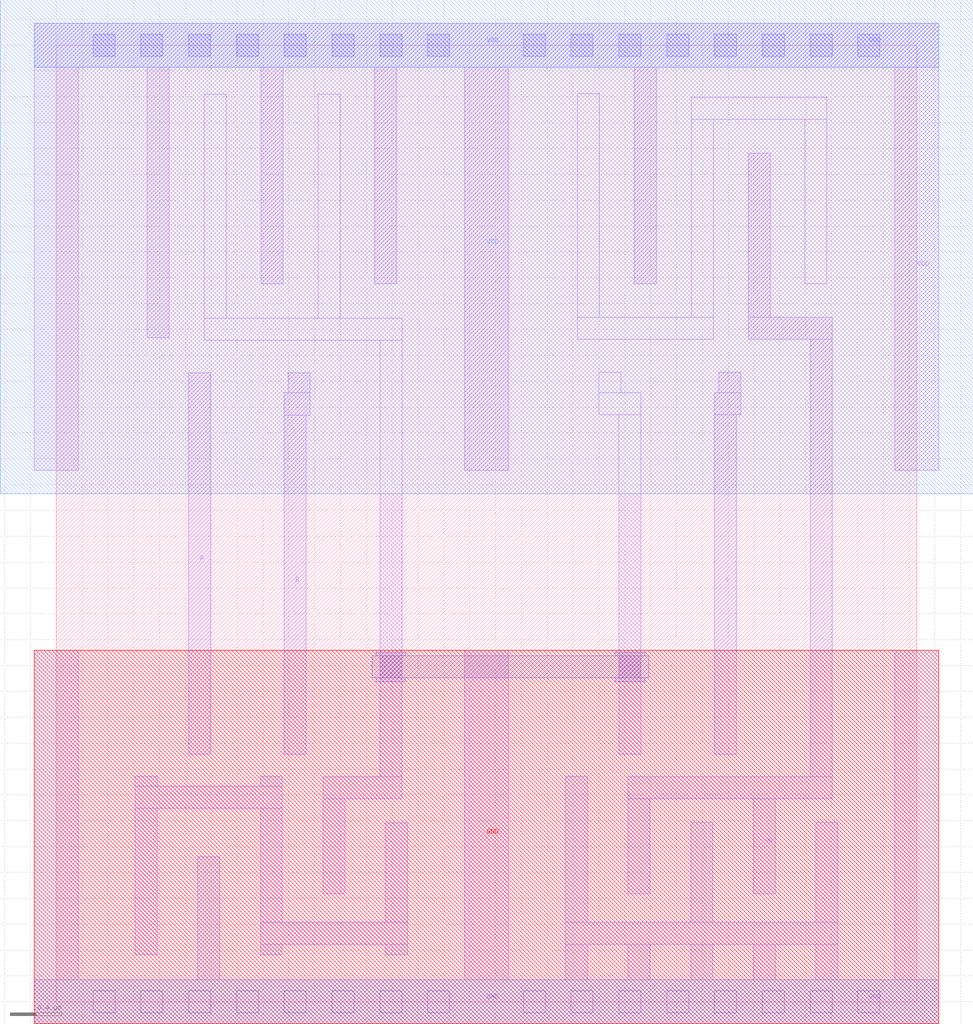
<source format=lef>
VERSION 5.7 ;
  NOWIREEXTENSIONATPIN ON ;
  DIVIDERCHAR "/" ;
  BUSBITCHARS "[]" ;
MACRO AOI3X1
  CLASS CORE ;
  FOREIGN AOI3X1 ;
  ORIGIN 0.000 0.000 ;
  SIZE 6.660 BY 7.400 ;
  SYMMETRY X Y R90 ;
  SITE unitrh ;
  PIN YN
    DIRECTION OUTPUT ;
    USE SIGNAL ;
    ANTENNADIFFAREA 0.963050 ;
    PORT
      LAYER li1 ;
        RECT 5.355 5.295 5.525 6.565 ;
        RECT 5.355 5.125 6.005 5.295 ;
        RECT 5.835 1.740 6.005 5.125 ;
        RECT 4.425 1.570 6.005 1.740 ;
        RECT 4.425 0.835 4.595 1.570 ;
        RECT 5.395 0.835 5.565 1.570 ;
    END
  END YN
  PIN A
    DIRECTION INPUT ;
    USE SIGNAL ;
    ANTENNAGATEAREA 1.033250 ;
    PORT
      LAYER li1 ;
        RECT 1.025 1.915 1.195 4.865 ;
    END
  END A
  PIN B
    DIRECTION INPUT ;
    USE SIGNAL ;
    ANTENNAGATEAREA 1.027250 ;
    PORT
      LAYER li1 ;
        RECT 1.795 4.710 1.965 4.865 ;
        RECT 1.765 4.535 1.965 4.710 ;
        RECT 1.765 1.915 1.935 4.535 ;
    END
  END B
  PIN C
    DIRECTION INPUT ;
    USE SIGNAL ;
    ANTENNAGATEAREA 1.026450 ;
    PORT
      LAYER li1 ;
        RECT 5.130 4.710 5.300 4.870 ;
        RECT 5.095 4.540 5.300 4.710 ;
        RECT 5.095 1.915 5.265 4.540 ;
    END
  END C
  PIN VDD
    DIRECTION INOUT ;
    USE POWER ;
    SHAPE ABUTMENT ;
    PORT
      LAYER nwell ;
        RECT -0.435 3.930 7.095 7.750 ;
      LAYER li1 ;
        RECT -0.170 7.230 6.830 7.570 ;
        RECT -0.170 4.110 0.170 7.230 ;
        RECT 0.705 5.135 0.875 7.230 ;
        RECT 1.585 5.555 1.755 7.230 ;
        RECT 2.465 5.555 2.635 7.230 ;
        RECT 3.160 4.110 3.500 7.230 ;
        RECT 4.475 5.555 4.645 7.230 ;
        RECT 6.490 4.110 6.830 7.230 ;
      LAYER mcon ;
        RECT 0.285 7.315 0.455 7.485 ;
        RECT 0.655 7.315 0.825 7.485 ;
        RECT 1.025 7.315 1.195 7.485 ;
        RECT 1.395 7.315 1.565 7.485 ;
        RECT 1.765 7.315 1.935 7.485 ;
        RECT 2.135 7.315 2.305 7.485 ;
        RECT 2.505 7.315 2.675 7.485 ;
        RECT 2.875 7.315 3.045 7.485 ;
        RECT 3.615 7.315 3.785 7.485 ;
        RECT 3.985 7.315 4.155 7.485 ;
        RECT 4.355 7.315 4.525 7.485 ;
        RECT 4.725 7.315 4.895 7.485 ;
        RECT 5.095 7.315 5.265 7.485 ;
        RECT 5.465 7.315 5.635 7.485 ;
        RECT 5.835 7.315 6.005 7.485 ;
        RECT 6.205 7.315 6.375 7.485 ;
      LAYER met1 ;
        RECT -0.170 7.230 6.830 7.570 ;
    END
  END VDD
  PIN GND
    DIRECTION INOUT ;
    USE GROUND ;
    SHAPE ABUTMENT ;
    PORT
      LAYER pwell ;
        RECT -0.170 -0.170 6.830 2.720 ;
      LAYER li1 ;
        RECT -0.170 0.170 0.170 2.720 ;
        RECT 1.095 0.170 1.265 1.120 ;
        RECT 3.160 0.170 3.500 2.720 ;
        RECT 3.940 0.615 4.110 1.745 ;
        RECT 4.910 0.615 5.080 1.390 ;
        RECT 5.880 0.615 6.050 1.390 ;
        RECT 3.940 0.445 6.050 0.615 ;
        RECT 3.940 0.170 4.110 0.445 ;
        RECT 4.425 0.170 4.595 0.445 ;
        RECT 4.910 0.170 5.080 0.445 ;
        RECT 5.395 0.170 5.565 0.445 ;
        RECT 5.880 0.170 6.050 0.445 ;
        RECT 6.490 0.170 6.830 2.720 ;
        RECT -0.170 -0.170 6.830 0.170 ;
      LAYER mcon ;
        RECT 0.285 -0.085 0.455 0.085 ;
        RECT 0.655 -0.085 0.825 0.085 ;
        RECT 1.025 -0.085 1.195 0.085 ;
        RECT 1.395 -0.085 1.565 0.085 ;
        RECT 1.765 -0.085 1.935 0.085 ;
        RECT 2.135 -0.085 2.305 0.085 ;
        RECT 2.505 -0.085 2.675 0.085 ;
        RECT 2.875 -0.085 3.045 0.085 ;
        RECT 3.615 -0.085 3.785 0.085 ;
        RECT 3.985 -0.085 4.155 0.085 ;
        RECT 4.355 -0.085 4.525 0.085 ;
        RECT 4.725 -0.085 4.895 0.085 ;
        RECT 5.095 -0.085 5.265 0.085 ;
        RECT 5.465 -0.085 5.635 0.085 ;
        RECT 5.835 -0.085 6.005 0.085 ;
        RECT 6.205 -0.085 6.375 0.085 ;
      LAYER met1 ;
        RECT -0.170 -0.170 6.830 0.170 ;
    END
  END GND
  OBS
      LAYER li1 ;
        RECT 1.145 5.285 1.315 7.020 ;
        RECT 2.025 5.285 2.195 7.020 ;
        RECT 4.035 5.295 4.205 7.025 ;
        RECT 4.915 6.825 5.965 6.995 ;
        RECT 4.915 5.295 5.085 6.825 ;
        RECT 5.795 5.555 5.965 6.825 ;
        RECT 1.145 5.115 2.675 5.285 ;
        RECT 4.035 5.125 5.085 5.295 ;
        RECT 0.610 1.665 0.780 1.745 ;
        RECT 1.580 1.665 1.750 1.745 ;
        RECT 2.505 1.740 2.675 5.115 ;
        RECT 4.200 4.710 4.370 4.870 ;
        RECT 4.200 4.540 4.525 4.710 ;
        RECT 4.355 1.915 4.525 4.540 ;
        RECT 0.610 1.495 1.750 1.665 ;
        RECT 0.610 0.365 0.780 1.495 ;
        RECT 1.580 0.615 1.750 1.495 ;
        RECT 2.065 1.570 2.675 1.740 ;
        RECT 2.065 0.835 2.235 1.570 ;
        RECT 2.550 0.615 2.720 1.385 ;
        RECT 1.580 0.445 2.720 0.615 ;
        RECT 1.580 0.365 1.750 0.445 ;
        RECT 2.550 0.365 2.720 0.445 ;
      LAYER mcon ;
        RECT 2.505 2.505 2.675 2.675 ;
        RECT 4.355 2.505 4.525 2.675 ;
      LAYER met1 ;
        RECT 2.475 2.675 2.705 2.705 ;
        RECT 4.325 2.675 4.555 2.705 ;
        RECT 2.445 2.505 4.585 2.675 ;
        RECT 2.475 2.475 2.705 2.505 ;
        RECT 4.325 2.475 4.555 2.505 ;
  END
END AOI3X1
END LIBRARY


</source>
